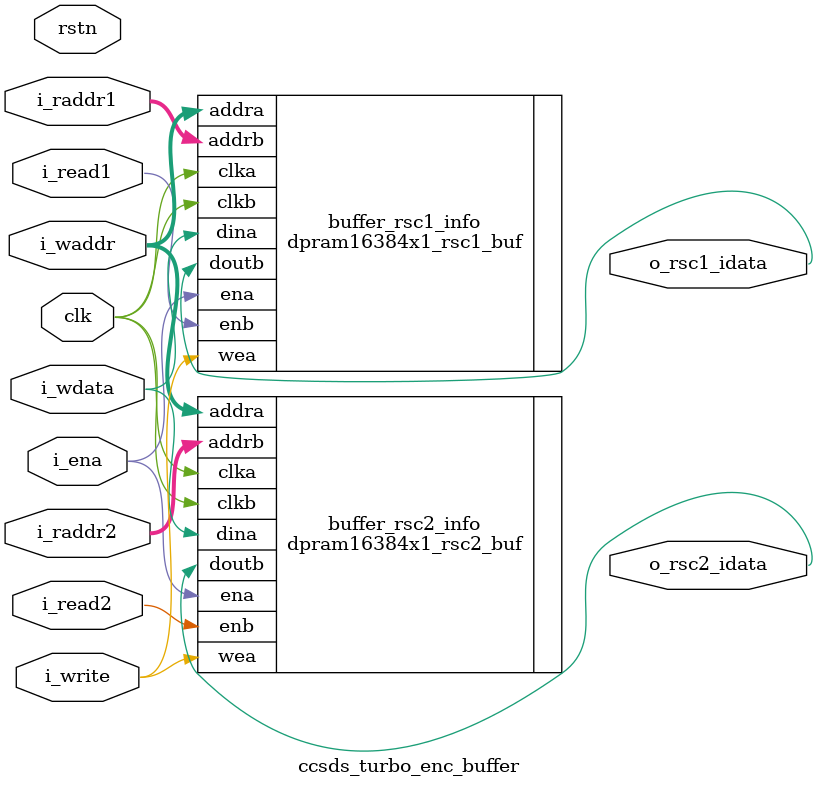
<source format=v>
`timescale 1ns / 1ps


module ccsds_turbo_enc_buffer(
    input wire          clk,
    input wire          rstn,
    // buffer1
    input wire          i_ena,      // write
    input wire          i_write,
    input wire    [13:0] i_waddr,    //[clog2(2*K)-1:0]
    input wire          i_wdata,
    //
    input wire          i_read1,     // read
    input wire    [13:0] i_raddr1,
    //
    output wire         o_rsc1_idata,  // rsc1 ±àÂëÊäÈë
    
    // buffer2
    //input wire          i_ena,
    //input wire          i_write,
    //input wire    [3:0] i_waddr,
    //input wire          i_wdata,
    //
    input wire          i_read2,
    input wire    [13:0] i_raddr2,   // ½»Ö¯µØÖ·
    //
    output wire         o_rsc2_idata  // rsc2 ±àÂëÊäÈë
    );
    
    
    // ÓÃÓÚÊä³öRSC1±àÂëÊý¾Ý
    /* 8 bits test
buffer_info_rsc1 buffer_info_rsc1_dpram16x1 (
  .clka(clk),    // input wire clka
  .ena(i_ena),      // input wire ena
  .wea(i_write),      // input wire [0 : 0] wea
  .addra(i_waddr),  // input wire [3 : 0] addra
  .dina(i_wdata),    // input wire [0 : 0] dina
  .clkb(clk),    // input wire clkb
  .enb(i_read1),      // input wire enb
  .addrb(i_raddr1),  // input wire [3 : 0] addrb
  .doutb(o_rsc1_idata)  // output wire [0 : 0] doutb
);
    */
dpram16384x1_rsc1_buf buffer_rsc1_info (
  .clka(clk),    // input wire clka
  .ena(i_ena),      // input wire ena
  .wea(i_write),      // input wire [0 : 0] wea
  .addra(i_waddr),  // input wire [13 : 0] addra
  .dina(i_wdata),    // input wire [0 : 0] dina
  .clkb(clk),    // input wire clkb
  .enb(i_read1),      // input wire enb
  .addrb(i_raddr1),  // input wire [13 : 0] addrb
  .doutb(o_rsc1_idata)  // output wire [0 : 0] doutb
);


    //ÓÃÓÚÊä³öRSC2±àÂëÊý¾Ý
    /*
buffer_info_rsc2 buffer_info_rsc2_dpram16x1 (
  .clka(clk),    // input wire clka
  .ena(i_ena),      // input wire ena
  .wea(i_write),      // input wire [0 : 0] wea
  .addra(i_waddr),  // input wire [3 : 0] addra
  .dina(i_wdata),    // input wire [0 : 0] dina
  .clkb(clk),    // input wire clkb
  .enb(i_read2),      // input wire enb
  .addrb(i_raddr2),  // input wire [3 : 0] addrb
  .doutb(o_rsc2_idata)  // output wire [0 : 0] doutb
);*/
dpram16384x1_rsc2_buf buffer_rsc2_info (
  .clka(clk),    // input wire clka
  .ena(i_ena),      // input wire ena
  .wea(i_write),      // input wire [0 : 0] wea
  .addra(i_waddr),  // input wire [13 : 0] addra
  .dina(i_wdata),    // input wire [0 : 0] dina
  .clkb(clk),    // input wire clkb
  .enb(i_read2),      // input wire enb
  .addrb(i_raddr2),  // input wire [13 : 0] addrb
  .doutb(o_rsc2_idata)  // output wire [0 : 0] doutb
);
endmodule

</source>
